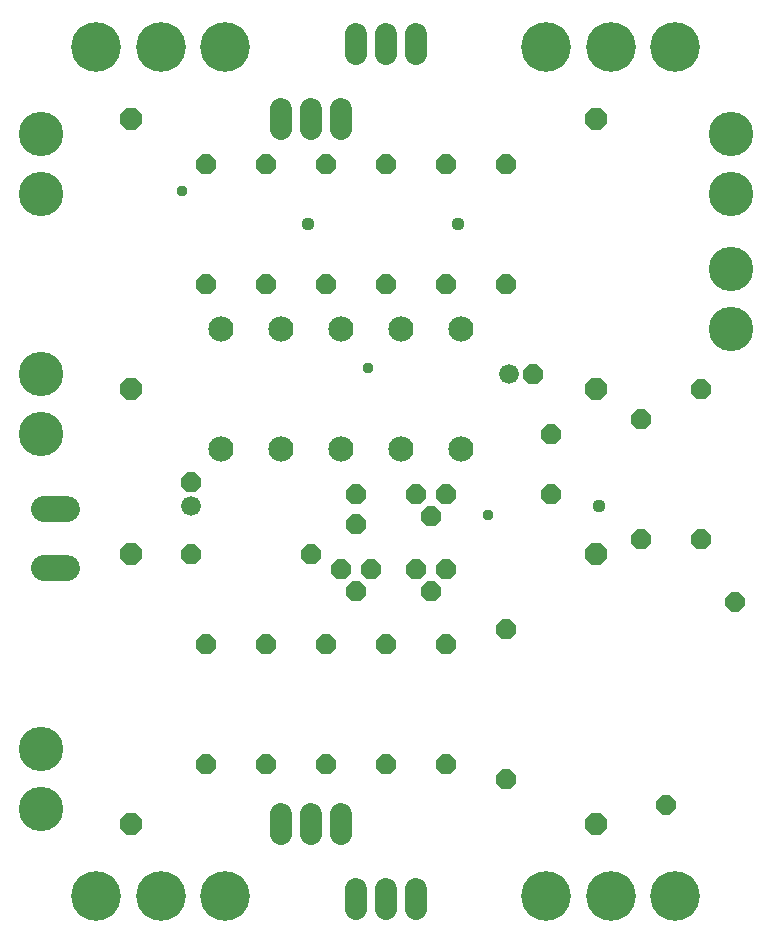
<source format=gbr>
G04 EAGLE Gerber RS-274X export*
G75*
%MOMM*%
%FSLAX34Y34*%
%LPD*%
%INSoldermask Top*%
%IPPOS*%
%AMOC8*
5,1,8,0,0,1.08239X$1,22.5*%
G01*
%ADD10P,1.814519X8X112.500000*%
%ADD11C,1.676400*%
%ADD12P,1.814519X8X22.500000*%
%ADD13C,2.133600*%
%ADD14C,3.759200*%
%ADD15P,1.800664X8X292.500000*%
%ADD16P,1.814519X8X202.500000*%
%ADD17C,1.879600*%
%ADD18P,1.814519X8X292.500000*%
%ADD19P,2.034460X8X292.500000*%
%ADD20P,2.034460X8X112.500000*%
%ADD21C,4.203200*%
%ADD22C,2.184400*%
%ADD23C,0.959600*%
%ADD24C,1.117600*%


D10*
X165100Y416560D03*
D11*
X165100Y396240D03*
D12*
X454660Y508000D03*
D11*
X434340Y508000D03*
D10*
X304800Y381000D03*
X304800Y406400D03*
X469900Y406400D03*
X469900Y457200D03*
D13*
X241300Y546100D03*
X241300Y444500D03*
X393700Y546100D03*
X393700Y444500D03*
X190500Y546100D03*
X190500Y444500D03*
X292100Y546100D03*
X292100Y444500D03*
X342900Y546100D03*
X342900Y444500D03*
D14*
X38100Y190500D03*
X38100Y139700D03*
X38100Y660400D03*
X38100Y711200D03*
X622300Y660400D03*
X622300Y711200D03*
X622300Y546100D03*
X622300Y596900D03*
D15*
X567400Y142600D03*
X626400Y314600D03*
D16*
X317500Y342900D03*
X304800Y323850D03*
X292100Y342900D03*
X381000Y342900D03*
X368300Y323850D03*
X355600Y342900D03*
X381000Y406400D03*
X368300Y387350D03*
X355600Y406400D03*
D17*
X241300Y715518D02*
X241300Y732282D01*
X266700Y732282D02*
X266700Y715518D01*
X292100Y715518D02*
X292100Y732282D01*
X292100Y135382D02*
X292100Y118618D01*
X266700Y118618D02*
X266700Y135382D01*
X241300Y135382D02*
X241300Y118618D01*
X304800Y779018D02*
X304800Y795782D01*
X330200Y795782D02*
X330200Y779018D01*
X355600Y779018D02*
X355600Y795782D01*
X355600Y71882D02*
X355600Y55118D01*
X330200Y55118D02*
X330200Y71882D01*
X304800Y71882D02*
X304800Y55118D01*
D12*
X165100Y355600D03*
X266700Y355600D03*
D18*
X381000Y685800D03*
X381000Y584200D03*
X330200Y279400D03*
X330200Y177800D03*
X431800Y685800D03*
X431800Y584200D03*
X381000Y279400D03*
X381000Y177800D03*
D19*
X114300Y723900D03*
X114300Y495300D03*
X114300Y355600D03*
X114300Y127000D03*
X508000Y723900D03*
X508000Y495300D03*
D20*
X508000Y127000D03*
X508000Y355600D03*
D10*
X596900Y368300D03*
X596900Y495300D03*
D18*
X431800Y292100D03*
X431800Y165100D03*
X228600Y685800D03*
X228600Y584200D03*
D10*
X177800Y177800D03*
X177800Y279400D03*
D18*
X279400Y685800D03*
X279400Y584200D03*
D10*
X228600Y177800D03*
X228600Y279400D03*
D18*
X177800Y685800D03*
X177800Y584200D03*
D10*
X546100Y368300D03*
X546100Y469900D03*
D18*
X330200Y685800D03*
X330200Y584200D03*
X279400Y279400D03*
X279400Y177800D03*
D21*
X194200Y66040D03*
X139700Y66040D03*
X85200Y66040D03*
X575200Y66040D03*
X520700Y66040D03*
X466200Y66040D03*
X85200Y784860D03*
X139700Y784860D03*
X194200Y784860D03*
X466200Y784860D03*
X520700Y784860D03*
X575200Y784860D03*
D22*
X60706Y343154D02*
X40894Y343154D01*
X40894Y393446D02*
X60706Y393446D01*
D14*
X38100Y457200D03*
X38100Y508000D03*
D23*
X416560Y388620D03*
X314960Y513080D03*
X157480Y662940D03*
D24*
X264160Y635000D03*
X391160Y635000D03*
X510540Y396240D03*
M02*

</source>
